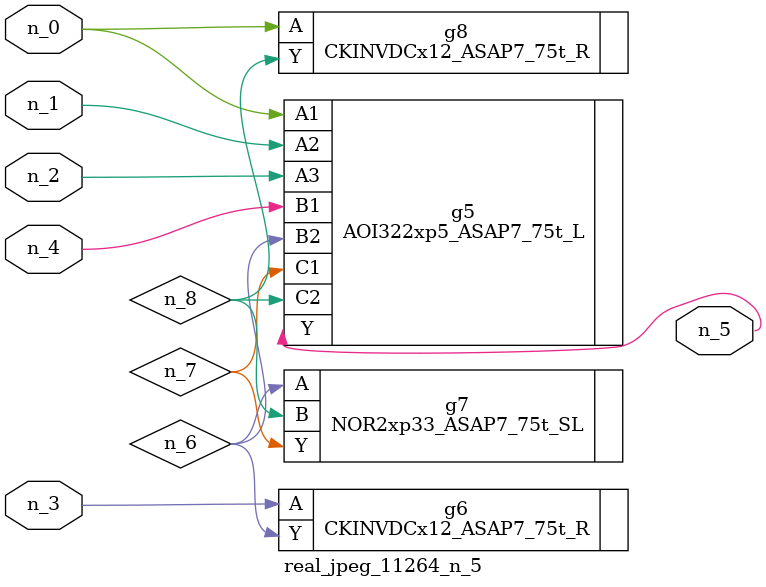
<source format=v>
module real_jpeg_11264_n_5 (n_4, n_0, n_1, n_2, n_3, n_5);

input n_4;
input n_0;
input n_1;
input n_2;
input n_3;

output n_5;

wire n_8;
wire n_6;
wire n_7;

AOI322xp5_ASAP7_75t_L g5 ( 
.A1(n_0),
.A2(n_1),
.A3(n_2),
.B1(n_4),
.B2(n_6),
.C1(n_7),
.C2(n_8),
.Y(n_5)
);

CKINVDCx12_ASAP7_75t_R g8 ( 
.A(n_0),
.Y(n_8)
);

CKINVDCx12_ASAP7_75t_R g6 ( 
.A(n_3),
.Y(n_6)
);

NOR2xp33_ASAP7_75t_SL g7 ( 
.A(n_6),
.B(n_8),
.Y(n_7)
);


endmodule
</source>
